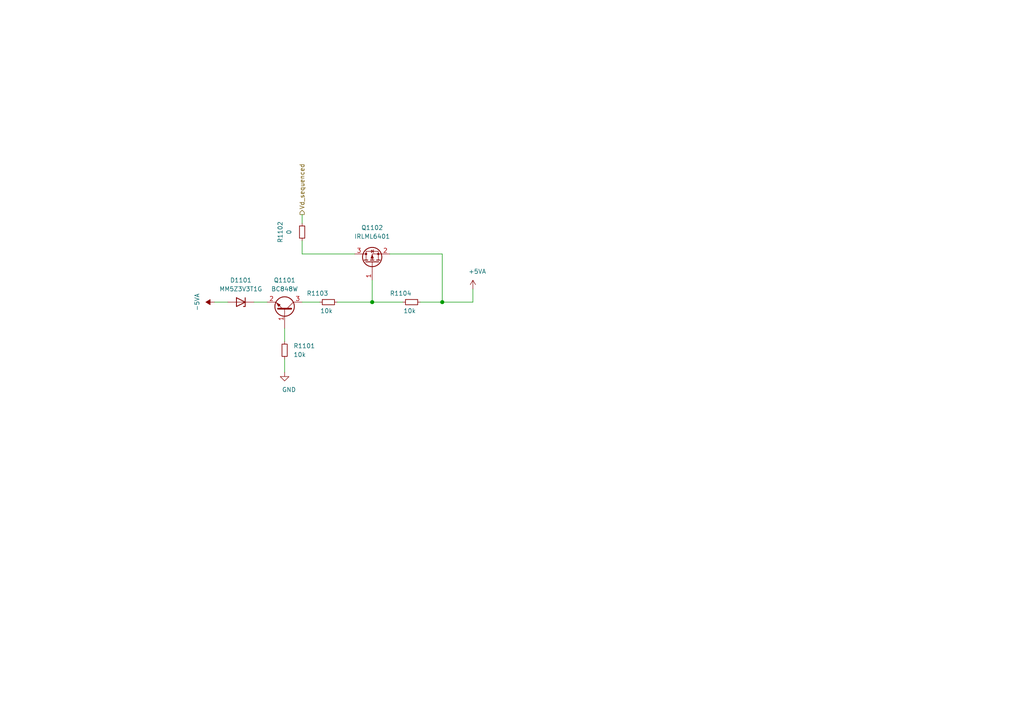
<source format=kicad_sch>
(kicad_sch (version 20211123) (generator eeschema)
  (paper "A4")
  (lib_symbols
    (symbol "Device:R_Small" (pin_numbers hide) (pin_names (offset 0.254) hide)
      (property "Reference" "R" (at 0.762 0.508 0))
      (property "Value" "R_Small" (at 0.762 -1.016 0))
      (symbol "R_Small_0_1"
        (rectangle (start -0.762 1.778) (end 0.762 -1.778) (stroke (width 0.2032)))
      )
      (symbol "R_Small_1_1"
        (pin passive line (at 0 2.54 270) (length 0.762) (name "~") (number "1"))
        (pin passive line (at 0 -2.54 90) (length 0.762) (name "~") (number "2"))
      )
    )
    (symbol "Diode:MM5Zxx" (pin_numbers hide) (pin_names (offset 1.016) hide)
      (property "Reference" "D" (at 0 2.54 0))
      (property "Value" "MM5Zxx" (at 0 -2.54 0))
      (symbol "MM5Zxx_0_1"
        (polyline (pts (xy 1.27 0) (xy -1.27 0)))
        (polyline (pts (xy -1.27 -1.27) (xy -1.27 1.27) (xy -0.762 1.27)) (stroke (width 0.254)))
        (polyline (pts (xy 1.27 -1.27) (xy 1.27 1.27) (xy -1.27 0) (xy 1.27 -1.27)) (stroke (width 0.254)))
      )
      (symbol "MM5Zxx_1_1"
        (pin passive line (at -3.81 0 0) (length 2.54) (name "K") (number "1"))
        (pin passive line (at 3.81 0 180) (length 2.54) (name "A") (number "2"))
      )
    )
    (symbol "Transistor_BJT:BC848W" (pin_names (offset 0) hide)
      (property "Reference" "Q" (at 5.08 1.905 0))
      (property "Value" "BC848W" (at 5.08 0 0))
      (symbol "BC848W_0_1"
        (polyline (pts (xy 0.635 0.635) (xy 2.54 2.54)))
        (polyline (pts (xy 0.635 -0.635) (xy 2.54 -2.54) (xy 2.54 -2.54)))
        (polyline (pts (xy 0.635 1.905) (xy 0.635 -1.905) (xy 0.635 -1.905)) (stroke (width 0.508)))
        (polyline (pts (xy 1.27 -1.778) (xy 1.778 -1.27) (xy 2.286 -2.286) (xy 1.27 -1.778) (xy 1.27 -1.778)) (fill (type outline)))
        (circle (center 1.27 0) (radius 2.8194) (stroke (width 0.254)))
      )
      (symbol "BC848W_1_1"
        (pin input line (at -5.08 0 0) (length 5.715) (name "B") (number "1"))
        (pin passive line (at 2.54 -5.08 90) (length 2.54) (name "E") (number "2"))
        (pin passive line (at 2.54 5.08 270) (length 2.54) (name "C") (number "3"))
      )
    )
    (symbol "Transistor_FET:IRLML6401" (pin_names hide)
      (property "Reference" "Q" (at 5.08 1.905 0))
      (property "Value" "IRLML6401" (at 5.08 0 0))
      (symbol "IRLML6401_0_1"
        (polyline (pts (xy 0.254 0) (xy -2.54 0)))
        (polyline (pts (xy 0.254 1.905) (xy 0.254 -1.905)) (stroke (width 0.254)))
        (polyline (pts (xy 0.762 -1.27) (xy 0.762 -2.286)) (stroke (width 0.254)))
        (polyline (pts (xy 0.762 0.508) (xy 0.762 -0.508)) (stroke (width 0.254)))
        (polyline (pts (xy 0.762 2.286) (xy 0.762 1.27)) (stroke (width 0.254)))
        (polyline (pts (xy 2.54 2.54) (xy 2.54 1.778)))
        (polyline (pts (xy 2.54 -2.54) (xy 2.54 0) (xy 0.762 0)))
        (polyline (pts (xy 0.762 1.778) (xy 3.302 1.778) (xy 3.302 -1.778) (xy 0.762 -1.778)))
        (polyline (pts (xy 2.286 0) (xy 1.27 0.381) (xy 1.27 -0.381) (xy 2.286 0)) (fill (type outline)))
        (polyline (pts (xy 2.794 -0.508) (xy 2.921 -0.381) (xy 3.683 -0.381) (xy 3.81 -0.254)))
        (polyline (pts (xy 3.302 -0.381) (xy 2.921 0.254) (xy 3.683 0.254) (xy 3.302 -0.381)))
        (circle (center 1.651 0) (radius 2.794) (stroke (width 0.254)))
        (circle (center 2.54 -1.778) (radius 0.254) (fill (type outline)))
        (circle (center 2.54 1.778) (radius 0.254) (fill (type outline)))
      )
      (symbol "IRLML6401_1_1"
        (pin input line (at -5.08 0 0) (length 2.54) (name "G") (number "1"))
        (pin passive line (at 2.54 -5.08 90) (length 2.54) (name "S") (number "2"))
        (pin passive line (at 2.54 5.08 270) (length 2.54) (name "D") (number "3"))
      )
    )
    (symbol "power:+5VA" (power) (pin_names (offset 0))
      (property "Value" "+5VA" (at 0 3.556 0))
      (symbol "+5VA_0_1"
        (polyline (pts (xy -0.762 1.27) (xy 0 2.54)))
        (polyline (pts (xy 0 0) (xy 0 2.54)))
        (polyline (pts (xy 0 2.54) (xy 0.762 1.27)))
      )
      (symbol "+5VA_1_1"
        (pin power_in line (at 0 0 90) (length 0) hide (name "+5VA") (number "1"))
      )
    )
    (symbol "power:-5VA" (power) (pin_names (offset 0))
      (property "Value" "-5VA" (at 0 3.81 0))
      (symbol "-5VA_0_0"
        (pin power_in line (at 0 0 90) (length 0) hide (name "-5VA") (number "1"))
      )
      (symbol "-5VA_0_1"
        (polyline (pts (xy 0 0) (xy 0 1.27) (xy 0.762 1.27) (xy 0 2.54) (xy -0.762 1.27) (xy 0 1.27)) (fill (type outline)))
      )
    )
    (symbol "power:GND" (power) (pin_names (offset 0))
      (property "Value" "GND" (at 0 -3.81 0))
      (symbol "GND_0_1"
        (polyline (pts (xy 0 0) (xy 0 -1.27) (xy 1.27 -1.27) (xy 0 -2.54) (xy -1.27 -1.27) (xy 0 -1.27)))
      )
      (symbol "GND_1_1"
        (pin power_in line (at 0 0 270) (length 0) hide (name "GND") (number "1"))
      )
    )
  )
  (junction (at 128.27 87.63) (diameter 1.016))
  (junction (at 107.95 87.63) (diameter 1.016))
  (wire (pts (xy 87.63 69.85) (xy 87.63 73.66)))
  (wire (pts (xy 113.03 73.66) (xy 128.27 73.66)))
  (wire (pts (xy 87.63 73.66) (xy 102.87 73.66)))
  (wire (pts (xy 82.55 95.25) (xy 82.55 99.06)))
  (wire (pts (xy 82.55 104.14) (xy 82.55 107.95)))
  (wire (pts (xy 62.23 87.63) (xy 66.04 87.63)))
  (wire (pts (xy 73.66 87.63) (xy 77.47 87.63)))
  (wire (pts (xy 128.27 87.63) (xy 137.16 87.63)))
  (wire (pts (xy 97.79 87.63) (xy 107.95 87.63)))
  (wire (pts (xy 107.95 87.63) (xy 107.95 81.28)))
  (wire (pts (xy 128.27 73.66) (xy 128.27 87.63)))
  (wire (pts (xy 87.63 87.63) (xy 92.71 87.63)))
  (wire (pts (xy 121.92 87.63) (xy 128.27 87.63)))
  (wire (pts (xy 107.95 87.63) (xy 116.84 87.63)))
  (wire (pts (xy 87.63 62.23) (xy 87.63 64.77)))
  (wire (pts (xy 137.16 87.63) (xy 137.16 83.82)))
  (hierarchical_label "Vd_sequenced" (shape output) (at 87.63 62.23 90))
  (symbol (lib_id "power:GND") (at 82.55 107.95 0) (unit 1)
    (property "Reference" "#PWR01102" (effects hide))
    (property "Value" "GND" (at 83.82 113.03 0))
  )
  (symbol (lib_id "Device:R_Small") (at 95.25 87.63 90) (unit 1)
    (property "Reference" "R1103" (at 95.25 85.09 90) (effects (justify left)))
    (property "Value" "10k" (at 96.52 90.17 90) (effects (justify left)))
    (property "Footprint" "Resistor_SMD:R_0402_1005Metric" (effects hide))
  )
  (symbol (lib_id "power:-5VA") (at 62.23 87.63 90) (unit 1)
    (property "Reference" "#PWR01101" (effects hide))
    (property "Value" "-5VA" (at 57.15 87.63 0))
  )
  (symbol (lib_id "power:+5VA") (at 137.16 83.82 0) (unit 1)
    (property "Reference" "#PWR01103" (effects hide))
    (property "Value" "+5VA" (at 138.43 78.74 0))
  )
  (symbol (lib_id "Device:R_Small") (at 82.55 101.6 0) (unit 1)
    (property "Reference" "R1101" (at 85.09 100.33 0) (effects (justify left)))
    (property "Value" "10k" (at 85.09 102.87 0) (effects (justify left)))
    (property "Footprint" "Resistor_SMD:R_0402_1005Metric" (effects hide))
  )
  (symbol (lib_id "Device:R_Small") (at 119.38 87.63 90) (unit 1)
    (property "Reference" "R1104" (at 119.38 85.09 90) (effects (justify left)))
    (property "Value" "10k" (at 120.65 90.17 90) (effects (justify left)))
    (property "Footprint" "Resistor_SMD:R_0402_1005Metric" (effects hide))
  )
  (symbol (lib_id "Device:R_Small") (at 87.63 67.31 180) (unit 1)
    (property "Reference" "R1102" (at 81.28 67.31 90))
    (property "Value" "0" (at 83.82 67.31 90))
    (property "Footprint" "Resistor_SMD:R_0402_1005Metric" (effects hide))
  )
  (symbol (lib_id "Transistor_BJT:BC848W") (at 82.55 90.17 270) (mirror x) (unit 1)
    (property "Reference" "Q1101" (at 82.55 81.28 90))
    (property "Value" "BC848W" (at 82.55 83.82 90))
    (property "Footprint" "Package_TO_SOT_SMD:SOT-323_SC-70" (effects hide))
    (property "Datasheet" "http://www.infineon.com/dgdl/Infineon-BC847SERIES_BC848SERIES_BC849SERIES_BC850SERIES-DS-v01_01-en.pdf?fileId=db3a304314dca389011541d4630a1657" (effects hide))
  )
  (symbol (lib_id "Diode:MM5Zxx") (at 69.85 87.63 180) (unit 1)
    (property "Reference" "D1101" (at 69.85 81.28 0))
    (property "Value" "MM5Z3V3T1G" (at 69.85 83.82 0))
    (property "Footprint" "Diode_SMD:D_SOD-523" (effects hide))
    (property "Datasheet" "https://diotec.com/tl_files/diotec/files/pdf/datasheets/mm5z2v4.pdf" (effects hide))
  )
  (symbol (lib_id "Transistor_FET:IRLML6401") (at 107.95 76.2 90) (unit 1)
    (property "Reference" "Q1102" (at 107.95 66.04 90))
    (property "Value" "IRLML6401" (at 107.95 68.58 90))
    (property "Footprint" "Package_TO_SOT_SMD:SOT-23" (effects hide))
    (property "Datasheet" "https://www.infineon.com/dgdl/irlml6401pbf.pdf?fileId=5546d462533600a401535668b96d2634" (effects hide))
  )
)
</source>
